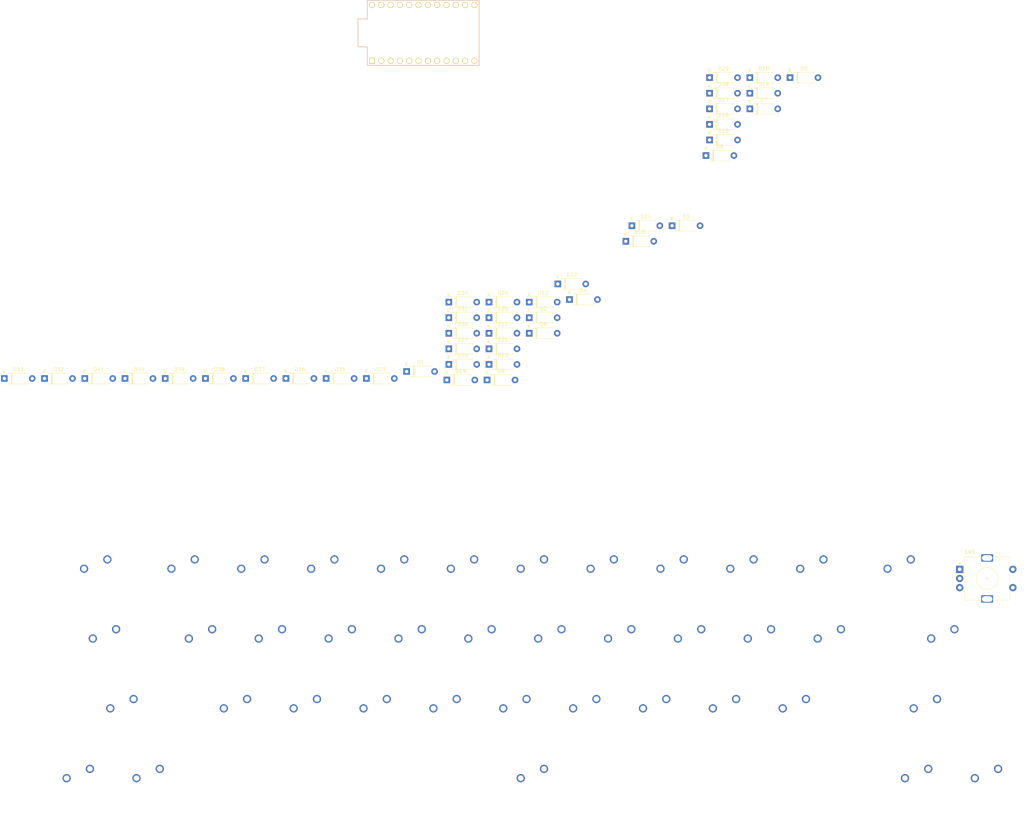
<source format=kicad_pcb>
(kicad_pcb (version 20171130) (host pcbnew "(5.1.4)-1")
  (layers (0 F.Cu signal) (31 B.Cu signal) (34 B.Paste user) (35 F.Paste user) (36 B.SilkS user) (37 F.SilkS user) (38 B.Mask user) (39 F.Mask user) (44 Edge.Cuts user))
  (net 0 "")
  (net 1 "Net-(D1-Pad2)")
  (net 2 ROW0)
  (net 3 "Net-(D2-Pad2)")
  (net 4 "Net-(D3-Pad2)")
  (net 5 "Net-(D4-Pad2)")
  (net 6 "Net-(D5-Pad2)")
  (net 7 "Net-(D6-Pad2)")
  (net 8 "Net-(D7-Pad2)")
  (net 9 "Net-(D8-Pad2)")
  (net 10 "Net-(D9-Pad2)")
  (net 11 "Net-(D10-Pad2)")
  (net 12 "Net-(D11-Pad2)")
  (net 13 "Net-(D12-Pad2)")
  (net 14 "Net-(D13-Pad2)")
  (net 15 "Net-(D14-Pad2)")
  (net 16 ROW1)
  (net 17 "Net-(D15-Pad2)")
  (net 18 "Net-(D16-Pad2)")
  (net 19 "Net-(D17-Pad2)")
  (net 20 "Net-(D18-Pad2)")
  (net 21 "Net-(D19-Pad2)")
  (net 22 "Net-(D20-Pad2)")
  (net 23 "Net-(D21-Pad2)")
  (net 24 "Net-(D22-Pad2)")
  (net 25 "Net-(D23-Pad2)")
  (net 26 "Net-(D24-Pad2)")
  (net 27 "Net-(D25-Pad2)")
  (net 28 "Net-(D26-Pad2)")
  (net 29 ROW2)
  (net 30 "Net-(D27-Pad2)")
  (net 31 "Net-(D28-Pad2)")
  (net 32 "Net-(D29-Pad2)")
  (net 33 "Net-(D30-Pad2)")
  (net 34 "Net-(D31-Pad2)")
  (net 35 "Net-(D32-Pad2)")
  (net 36 "Net-(D33-Pad2)")
  (net 37 "Net-(D34-Pad2)")
  (net 38 "Net-(D35-Pad2)")
  (net 39 "Net-(D36-Pad2)")
  (net 40 "Net-(D37-Pad2)")
  (net 41 ROW3)
  (net 42 "Net-(D38-Pad2)")
  (net 43 "Net-(D39-Pad2)")
  (net 44 "Net-(D40-Pad2)")
  (net 45 "Net-(D41-Pad2)")
  (net 46 COL1)
  (net 47 COL2)
  (net 48 COL3)
  (net 49 COL4)
  (net 50 COL5)
  (net 51 COL6)
  (net 52 COL7)
  (net 53 COL8)
  (net 54 COL9)
  (net 55 COL10)
  (net 56 COL11)
  (net 57 COL12)
  (net 58 COL0)
  (net 59 COL13)
  (net 60 ENC1)
  (net 61 GND)
  (net 62 ENC0)
  (net 63 "Net-(U1-Pad24)")
  (net 64 "Net-(U1-Pad23)")
  (net 65 "Net-(U1-Pad22)")
  (net 66 "Net-(U1-Pad21)")
  (net 67 "Net-(U1-Pad20)")
  (net 68 "Net-(U1-Pad19)")
  (net 69 "Net-(U1-Pad18)")
  (net 70 "Net-(U1-Pad17)")
  (net 71 "Net-(U1-Pad16)")
  (net 72 "Net-(U1-Pad15)")
  (net 73 "Net-(U1-Pad14)")
  (net 74 "Net-(U1-Pad13)")
  (net 75 "Net-(U1-Pad12)")
  (net 76 "Net-(U1-Pad11)")
  (net 77 "Net-(U1-Pad10)")
  (net 78 "Net-(U1-Pad9)")
  (net 79 "Net-(U1-Pad8)")
  (net 80 "Net-(U1-Pad7)")
  (net 81 "Net-(U1-Pad6)")
  (net 82 "Net-(U1-Pad5)")
  (net 83 "Net-(U1-Pad4)")
  (net 84 "Net-(U1-Pad3)")
  (net 85 "Net-(U1-Pad2)")
  (net 86 "Net-(U1-Pad1)")
  (module promicro:ProMicro (layer F.Cu) (at 134.695 -99.53375)
    (fp_text reference U1 hide)
    (fp_text value ProMicro)
    (pad 24 thru_hole circle (at -13.97 -7.62) (size 1.6 1.6) (drill 1.1) (layers *.Cu *.Mask F.SilkS) (net 63 "Net-(U1-Pad24)"))
    (pad 23 thru_hole circle (at -11.43 -7.62) (size 1.6 1.6) (drill 1.1) (layers *.Cu *.Mask F.SilkS) (net 64 "Net-(U1-Pad23)"))
    (pad 22 thru_hole circle (at -8.89 -7.62) (size 1.6 1.6) (drill 1.1) (layers *.Cu *.Mask F.SilkS) (net 65 "Net-(U1-Pad22)"))
    (pad 21 thru_hole circle (at -6.35 -7.62) (size 1.6 1.6) (drill 1.1) (layers *.Cu *.Mask F.SilkS) (net 66 "Net-(U1-Pad21)"))
    (pad 20 thru_hole circle (at -3.81 -7.62) (size 1.6 1.6) (drill 1.1) (layers *.Cu *.Mask F.SilkS) (net 67 "Net-(U1-Pad20)"))
    (pad 19 thru_hole circle (at -1.27 -7.62) (size 1.6 1.6) (drill 1.1) (layers *.Cu *.Mask F.SilkS) (net 68 "Net-(U1-Pad19)"))
    (pad 18 thru_hole circle (at 1.27 -7.62) (size 1.6 1.6) (drill 1.1) (layers *.Cu *.Mask F.SilkS) (net 69 "Net-(U1-Pad18)"))
    (pad 17 thru_hole circle (at 3.81 -7.62) (size 1.6 1.6) (drill 1.1) (layers *.Cu *.Mask F.SilkS) (net 70 "Net-(U1-Pad17)"))
    (pad 16 thru_hole circle (at 6.35 -7.62) (size 1.6 1.6) (drill 1.1) (layers *.Cu *.Mask F.SilkS) (net 71 "Net-(U1-Pad16)"))
    (pad 15 thru_hole circle (at 8.89 -7.62) (size 1.6 1.6) (drill 1.1) (layers *.Cu *.Mask F.SilkS) (net 72 "Net-(U1-Pad15)"))
    (pad 14 thru_hole circle (at 11.43 -7.62) (size 1.6 1.6) (drill 1.1) (layers *.Cu *.Mask F.SilkS) (net 73 "Net-(U1-Pad14)"))
    (pad 13 thru_hole circle (at 13.97 -7.62) (size 1.6 1.6) (drill 1.1) (layers *.Cu *.Mask F.SilkS) (net 74 "Net-(U1-Pad13)"))
    (pad 12 thru_hole circle (at 13.97 7.62) (size 1.6 1.6) (drill 1.1) (layers *.Cu *.Mask F.SilkS) (net 75 "Net-(U1-Pad12)"))
    (pad 11 thru_hole circle (at 11.43 7.62) (size 1.6 1.6) (drill 1.1) (layers *.Cu *.Mask F.SilkS) (net 76 "Net-(U1-Pad11)"))
    (pad 10 thru_hole circle (at 8.89 7.62) (size 1.6 1.6) (drill 1.1) (layers *.Cu *.Mask F.SilkS) (net 77 "Net-(U1-Pad10)"))
    (pad 9 thru_hole circle (at 6.35 7.62) (size 1.6 1.6) (drill 1.1) (layers *.Cu *.Mask F.SilkS) (net 78 "Net-(U1-Pad9)"))
    (pad 8 thru_hole circle (at 3.81 7.62) (size 1.6 1.6) (drill 1.1) (layers *.Cu *.Mask F.SilkS) (net 79 "Net-(U1-Pad8)"))
    (pad 7 thru_hole circle (at 1.27 7.62) (size 1.6 1.6) (drill 1.1) (layers *.Cu *.Mask F.SilkS) (net 80 "Net-(U1-Pad7)"))
    (pad 6 thru_hole circle (at -1.27 7.62) (size 1.6 1.6) (drill 1.1) (layers *.Cu *.Mask F.SilkS) (net 81 "Net-(U1-Pad6)"))
    (pad 5 thru_hole circle (at -3.81 7.62) (size 1.6 1.6) (drill 1.1) (layers *.Cu *.Mask F.SilkS) (net 82 "Net-(U1-Pad5)"))
    (pad 4 thru_hole circle (at -6.35 7.62) (size 1.6 1.6) (drill 1.1) (layers *.Cu *.Mask F.SilkS) (net 83 "Net-(U1-Pad4)"))
    (pad 3 thru_hole circle (at -8.89 7.62) (size 1.6 1.6) (drill 1.1) (layers *.Cu *.Mask F.SilkS) (net 84 "Net-(U1-Pad3)"))
    (pad 2 thru_hole circle (at -11.43 7.62) (size 1.6 1.6) (drill 1.1) (layers *.Cu *.Mask F.SilkS) (net 85 "Net-(U1-Pad2)"))
    (pad 1 thru_hole rect (at -13.97 7.62) (size 1.6 1.6) (drill 1.1) (layers *.Cu *.Mask F.SilkS) (net 86 "Net-(U1-Pad1)"))
  )
  (module Rotary_Encoder:RotaryEncoder_Alps_EC11E-Switch_Vertical_H20mm (layer F.Cu) (at 280.9875 46.83125)
    (fp_text reference SW1 (at 2.8 -4.7) (layer F.SilkS))
    (fp_text value Rotary_Encoder_Switch)
    (pad A thru_hole rect (at 0 0) (size 2 2) (drill 1) (layers *.Cu *.Mask) (net 60 ENC1))
    (pad C thru_hole circle (at 0 2.5) (size 2 2) (drill 1) (layers *.Cu *.Mask) (net 61 GND))
    (pad B thru_hole circle (at 0 5) (size 2 2) (drill 1) (layers *.Cu *.Mask) (net 62 ENC0))
    (pad MP thru_hole rect (at 7.5 -3.1) (size 3.2 2) (drill oval 2.8 1.5) (layers *.Cu *.Mask))
    (pad MP thru_hole rect (at 7.5 8.1) (size 3.2 2) (drill oval 2.8 1.5) (layers *.Cu *.Mask))
    (pad S2 thru_hole circle (at 14.5 0) (size 2 2) (drill 1) (layers *.Cu *.Mask) (net 14 "Net-(D13-Pad2)"))
    (pad S1 thru_hole circle (at 14.5 5) (size 2 2) (drill 1) (layers *.Cu *.Mask) (net 59 COL13))
  )
  (module MX_Only:MXOnly-1U-NoLED (layer F.Cu) (at 288.925 106.3625)
    (fp_text reference MX40)
    (fp_text value MX-NoLED)
    (pad 2 thru_hole circle (at 2.54 -5.08) (size 2.25 2.25) (drill 1.47) (layers *.Cu B.Mask) (net 45 "Net-(D41-Pad2)"))
    (pad "" np_thru_hole circle (at 0 0) (size 3.9878 3.9878) (drill 3.9878) (layers *.Cu *.Mask))
    (pad 1 thru_hole circle (at -3.81 -2.54) (size 2.25 2.25) (drill 1.47) (layers *.Cu B.Mask) (net 59 COL13))
    (pad "" np_thru_hole circle (at -5.08 0 48.0996) (size 1.75 1.75) (drill 1.75) (layers *.Cu *.Mask))
    (pad "" np_thru_hole circle (at 5.08 0 48.0996) (size 1.75 1.75) (drill 1.75) (layers *.Cu *.Mask))
  )
  (module MX_Only:MXOnly-1U-NoLED (layer F.Cu) (at 269.875 106.3625)
    (fp_text reference MX39)
    (fp_text value MX-NoLED)
    (pad 2 thru_hole circle (at 2.54 -5.08) (size 2.25 2.25) (drill 1.47) (layers *.Cu B.Mask) (net 44 "Net-(D40-Pad2)"))
    (pad "" np_thru_hole circle (at 0 0) (size 3.9878 3.9878) (drill 3.9878) (layers *.Cu *.Mask))
    (pad 1 thru_hole circle (at -3.81 -2.54) (size 2.25 2.25) (drill 1.47) (layers *.Cu B.Mask) (net 57 COL12))
    (pad "" np_thru_hole circle (at -5.08 0 48.0996) (size 1.75 1.75) (drill 1.75) (layers *.Cu *.Mask))
    (pad "" np_thru_hole circle (at 5.08 0 48.0996) (size 1.75 1.75) (drill 1.75) (layers *.Cu *.Mask))
  )
  (module MX_Only:MXOnly-7U-NoLED (layer F.Cu) (at 165.1 106.3625)
    (fp_text reference MX38)
    (fp_text value MX-NoLED)
    (pad 2 thru_hole circle (at 2.54 -5.08) (size 2.25 2.25) (drill 1.47) (layers *.Cu B.Mask) (net 43 "Net-(D39-Pad2)"))
    (pad "" np_thru_hole circle (at 0 0) (size 3.9878 3.9878) (drill 3.9878) (layers *.Cu *.Mask))
    (pad 1 thru_hole circle (at -3.81 -2.54) (size 2.25 2.25) (drill 1.47) (layers *.Cu B.Mask) (net 51 COL6))
    (pad "" np_thru_hole circle (at -5.08 0 48.0996) (size 1.75 1.75) (drill 1.75) (layers *.Cu *.Mask))
    (pad "" np_thru_hole circle (at 5.08 0 48.0996) (size 1.75 1.75) (drill 1.75) (layers *.Cu *.Mask))
    (pad "" np_thru_hole circle (at -57.15 -6.985) (size 3.048 3.048) (drill 3.048) (layers *.Cu *.Mask))
    (pad "" np_thru_hole circle (at 57.15 -6.985) (size 3.048 3.048) (drill 3.048) (layers *.Cu *.Mask))
    (pad "" np_thru_hole circle (at -57.15 8.255) (size 3.9878 3.9878) (drill 3.9878) (layers *.Cu *.Mask))
    (pad "" np_thru_hole circle (at 57.15 8.255) (size 3.9878 3.9878) (drill 3.9878) (layers *.Cu *.Mask))
  )
  (module MX_Only:MXOnly-1U-NoLED (layer F.Cu) (at 60.325 106.3625)
    (fp_text reference MX37)
    (fp_text value MX-NoLED)
    (pad 2 thru_hole circle (at 2.54 -5.08) (size 2.25 2.25) (drill 1.47) (layers *.Cu B.Mask) (net 42 "Net-(D38-Pad2)"))
    (pad "" np_thru_hole circle (at 0 0) (size 3.9878 3.9878) (drill 3.9878) (layers *.Cu *.Mask))
    (pad 1 thru_hole circle (at -3.81 -2.54) (size 2.25 2.25) (drill 1.47) (layers *.Cu B.Mask) (net 46 COL1))
    (pad "" np_thru_hole circle (at -5.08 0 48.0996) (size 1.75 1.75) (drill 1.75) (layers *.Cu *.Mask))
    (pad "" np_thru_hole circle (at 5.08 0 48.0996) (size 1.75 1.75) (drill 1.75) (layers *.Cu *.Mask))
  )
  (module MX_Only:MXOnly-1U-NoLED (layer F.Cu) (at 41.275 106.3625)
    (fp_text reference MX36)
    (fp_text value MX-NoLED)
    (pad 2 thru_hole circle (at 2.54 -5.08) (size 2.25 2.25) (drill 1.47) (layers *.Cu B.Mask) (net 40 "Net-(D37-Pad2)"))
    (pad "" np_thru_hole circle (at 0 0) (size 3.9878 3.9878) (drill 3.9878) (layers *.Cu *.Mask))
    (pad 1 thru_hole circle (at -3.81 -2.54) (size 2.25 2.25) (drill 1.47) (layers *.Cu B.Mask) (net 58 COL0))
    (pad "" np_thru_hole circle (at -5.08 0 48.0996) (size 1.75 1.75) (drill 1.75) (layers *.Cu *.Mask))
    (pad "" np_thru_hole circle (at 5.08 0 48.0996) (size 1.75 1.75) (drill 1.75) (layers *.Cu *.Mask))
  )
  (module MX_Only:MXOnly-2.75U-NoLED (layer F.Cu) (at 272.25625 87.3125)
    (fp_text reference MX35)
    (fp_text value MX-NoLED)
    (pad 2 thru_hole circle (at 2.54 -5.08) (size 2.25 2.25) (drill 1.47) (layers *.Cu B.Mask) (net 39 "Net-(D36-Pad2)"))
    (pad "" np_thru_hole circle (at 0 0) (size 3.9878 3.9878) (drill 3.9878) (layers *.Cu *.Mask))
    (pad 1 thru_hole circle (at -3.81 -2.54) (size 2.25 2.25) (drill 1.47) (layers *.Cu B.Mask) (net 57 COL12))
    (pad "" np_thru_hole circle (at -5.08 0 48.0996) (size 1.75 1.75) (drill 1.75) (layers *.Cu *.Mask))
    (pad "" np_thru_hole circle (at 5.08 0 48.0996) (size 1.75 1.75) (drill 1.75) (layers *.Cu *.Mask))
    (pad "" np_thru_hole circle (at -11.90625 -6.985) (size 3.048 3.048) (drill 3.048) (layers *.Cu *.Mask))
    (pad "" np_thru_hole circle (at 11.90625 -6.985) (size 3.048 3.048) (drill 3.048) (layers *.Cu *.Mask))
    (pad "" np_thru_hole circle (at -11.90625 8.255) (size 3.9878 3.9878) (drill 3.9878) (layers *.Cu *.Mask))
    (pad "" np_thru_hole circle (at 11.90625 8.255) (size 3.9878 3.9878) (drill 3.9878) (layers *.Cu *.Mask))
  )
  (module MX_Only:MXOnly-1U-NoLED (layer F.Cu) (at 236.5375 87.3125)
    (fp_text reference MX34)
    (fp_text value MX-NoLED)
    (pad 2 thru_hole circle (at 2.54 -5.08) (size 2.25 2.25) (drill 1.47) (layers *.Cu B.Mask) (net 38 "Net-(D35-Pad2)"))
    (pad "" np_thru_hole circle (at 0 0) (size 3.9878 3.9878) (drill 3.9878) (layers *.Cu *.Mask))
    (pad 1 thru_hole circle (at -3.81 -2.54) (size 2.25 2.25) (drill 1.47) (layers *.Cu B.Mask) (net 55 COL10))
    (pad "" np_thru_hole circle (at -5.08 0 48.0996) (size 1.75 1.75) (drill 1.75) (layers *.Cu *.Mask))
    (pad "" np_thru_hole circle (at 5.08 0 48.0996) (size 1.75 1.75) (drill 1.75) (layers *.Cu *.Mask))
  )
  (module MX_Only:MXOnly-1U-NoLED (layer F.Cu) (at 217.4875 87.3125)
    (fp_text reference MX33)
    (fp_text value MX-NoLED)
    (pad 2 thru_hole circle (at 2.54 -5.08) (size 2.25 2.25) (drill 1.47) (layers *.Cu B.Mask) (net 37 "Net-(D34-Pad2)"))
    (pad "" np_thru_hole circle (at 0 0) (size 3.9878 3.9878) (drill 3.9878) (layers *.Cu *.Mask))
    (pad 1 thru_hole circle (at -3.81 -2.54) (size 2.25 2.25) (drill 1.47) (layers *.Cu B.Mask) (net 54 COL9))
    (pad "" np_thru_hole circle (at -5.08 0 48.0996) (size 1.75 1.75) (drill 1.75) (layers *.Cu *.Mask))
    (pad "" np_thru_hole circle (at 5.08 0 48.0996) (size 1.75 1.75) (drill 1.75) (layers *.Cu *.Mask))
  )
  (module MX_Only:MXOnly-1U-NoLED (layer F.Cu) (at 198.4375 87.3125)
    (fp_text reference MX32)
    (fp_text value MX-NoLED)
    (pad 2 thru_hole circle (at 2.54 -5.08) (size 2.25 2.25) (drill 1.47) (layers *.Cu B.Mask) (net 36 "Net-(D33-Pad2)"))
    (pad "" np_thru_hole circle (at 0 0) (size 3.9878 3.9878) (drill 3.9878) (layers *.Cu *.Mask))
    (pad 1 thru_hole circle (at -3.81 -2.54) (size 2.25 2.25) (drill 1.47) (layers *.Cu B.Mask) (net 53 COL8))
    (pad "" np_thru_hole circle (at -5.08 0 48.0996) (size 1.75 1.75) (drill 1.75) (layers *.Cu *.Mask))
    (pad "" np_thru_hole circle (at 5.08 0 48.0996) (size 1.75 1.75) (drill 1.75) (layers *.Cu *.Mask))
  )
  (module MX_Only:MXOnly-1U-NoLED (layer F.Cu) (at 179.3875 87.3125)
    (fp_text reference MX31)
    (fp_text value MX-NoLED)
    (pad 2 thru_hole circle (at 2.54 -5.08) (size 2.25 2.25) (drill 1.47) (layers *.Cu B.Mask) (net 35 "Net-(D32-Pad2)"))
    (pad "" np_thru_hole circle (at 0 0) (size 3.9878 3.9878) (drill 3.9878) (layers *.Cu *.Mask))
    (pad 1 thru_hole circle (at -3.81 -2.54) (size 2.25 2.25) (drill 1.47) (layers *.Cu B.Mask) (net 52 COL7))
    (pad "" np_thru_hole circle (at -5.08 0 48.0996) (size 1.75 1.75) (drill 1.75) (layers *.Cu *.Mask))
    (pad "" np_thru_hole circle (at 5.08 0 48.0996) (size 1.75 1.75) (drill 1.75) (layers *.Cu *.Mask))
  )
  (module MX_Only:MXOnly-1U-NoLED (layer F.Cu) (at 160.3375 87.3125)
    (fp_text reference MX30)
    (fp_text value MX-NoLED)
    (pad 2 thru_hole circle (at 2.54 -5.08) (size 2.25 2.25) (drill 1.47) (layers *.Cu B.Mask) (net 34 "Net-(D31-Pad2)"))
    (pad "" np_thru_hole circle (at 0 0) (size 3.9878 3.9878) (drill 3.9878) (layers *.Cu *.Mask))
    (pad 1 thru_hole circle (at -3.81 -2.54) (size 2.25 2.25) (drill 1.47) (layers *.Cu B.Mask) (net 51 COL6))
    (pad "" np_thru_hole circle (at -5.08 0 48.0996) (size 1.75 1.75) (drill 1.75) (layers *.Cu *.Mask))
    (pad "" np_thru_hole circle (at 5.08 0 48.0996) (size 1.75 1.75) (drill 1.75) (layers *.Cu *.Mask))
  )
  (module MX_Only:MXOnly-1U-NoLED (layer F.Cu) (at 141.2875 87.3125)
    (fp_text reference MX29)
    (fp_text value MX-NoLED)
    (pad 2 thru_hole circle (at 2.54 -5.08) (size 2.25 2.25) (drill 1.47) (layers *.Cu B.Mask) (net 33 "Net-(D30-Pad2)"))
    (pad "" np_thru_hole circle (at 0 0) (size 3.9878 3.9878) (drill 3.9878) (layers *.Cu *.Mask))
    (pad 1 thru_hole circle (at -3.81 -2.54) (size 2.25 2.25) (drill 1.47) (layers *.Cu B.Mask) (net 50 COL5))
    (pad "" np_thru_hole circle (at -5.08 0 48.0996) (size 1.75 1.75) (drill 1.75) (layers *.Cu *.Mask))
    (pad "" np_thru_hole circle (at 5.08 0 48.0996) (size 1.75 1.75) (drill 1.75) (layers *.Cu *.Mask))
  )
  (module MX_Only:MXOnly-1U-NoLED (layer F.Cu) (at 122.2375 87.3125)
    (fp_text reference MX28)
    (fp_text value MX-NoLED)
    (pad 2 thru_hole circle (at 2.54 -5.08) (size 2.25 2.25) (drill 1.47) (layers *.Cu B.Mask) (net 32 "Net-(D29-Pad2)"))
    (pad "" np_thru_hole circle (at 0 0) (size 3.9878 3.9878) (drill 3.9878) (layers *.Cu *.Mask))
    (pad 1 thru_hole circle (at -3.81 -2.54) (size 2.25 2.25) (drill 1.47) (layers *.Cu B.Mask) (net 49 COL4))
    (pad "" np_thru_hole circle (at -5.08 0 48.0996) (size 1.75 1.75) (drill 1.75) (layers *.Cu *.Mask))
    (pad "" np_thru_hole circle (at 5.08 0 48.0996) (size 1.75 1.75) (drill 1.75) (layers *.Cu *.Mask))
  )
  (module MX_Only:MXOnly-1U-NoLED (layer F.Cu) (at 103.1875 87.3125)
    (fp_text reference MX27)
    (fp_text value MX-NoLED)
    (pad 2 thru_hole circle (at 2.54 -5.08) (size 2.25 2.25) (drill 1.47) (layers *.Cu B.Mask) (net 31 "Net-(D28-Pad2)"))
    (pad "" np_thru_hole circle (at 0 0) (size 3.9878 3.9878) (drill 3.9878) (layers *.Cu *.Mask))
    (pad 1 thru_hole circle (at -3.81 -2.54) (size 2.25 2.25) (drill 1.47) (layers *.Cu B.Mask) (net 48 COL3))
    (pad "" np_thru_hole circle (at -5.08 0 48.0996) (size 1.75 1.75) (drill 1.75) (layers *.Cu *.Mask))
    (pad "" np_thru_hole circle (at 5.08 0 48.0996) (size 1.75 1.75) (drill 1.75) (layers *.Cu *.Mask))
  )
  (module MX_Only:MXOnly-1U-NoLED (layer F.Cu) (at 84.1375 87.3125)
    (fp_text reference MX26)
    (fp_text value MX-NoLED)
    (pad 2 thru_hole circle (at 2.54 -5.08) (size 2.25 2.25) (drill 1.47) (layers *.Cu B.Mask) (net 30 "Net-(D27-Pad2)"))
    (pad "" np_thru_hole circle (at 0 0) (size 3.9878 3.9878) (drill 3.9878) (layers *.Cu *.Mask))
    (pad 1 thru_hole circle (at -3.81 -2.54) (size 2.25 2.25) (drill 1.47) (layers *.Cu B.Mask) (net 47 COL2))
    (pad "" np_thru_hole circle (at -5.08 0 48.0996) (size 1.75 1.75) (drill 1.75) (layers *.Cu *.Mask))
    (pad "" np_thru_hole circle (at 5.08 0 48.0996) (size 1.75 1.75) (drill 1.75) (layers *.Cu *.Mask))
  )
  (module MX_Only:MXOnly-2.25U-NoLED (layer F.Cu) (at 53.18125 87.3125)
    (fp_text reference MX25)
    (fp_text value MX-NoLED)
    (pad 2 thru_hole circle (at 2.54 -5.08) (size 2.25 2.25) (drill 1.47) (layers *.Cu B.Mask) (net 28 "Net-(D26-Pad2)"))
    (pad "" np_thru_hole circle (at 0 0) (size 3.9878 3.9878) (drill 3.9878) (layers *.Cu *.Mask))
    (pad 1 thru_hole circle (at -3.81 -2.54) (size 2.25 2.25) (drill 1.47) (layers *.Cu B.Mask) (net 46 COL1))
    (pad "" np_thru_hole circle (at -5.08 0 48.0996) (size 1.75 1.75) (drill 1.75) (layers *.Cu *.Mask))
    (pad "" np_thru_hole circle (at 5.08 0 48.0996) (size 1.75 1.75) (drill 1.75) (layers *.Cu *.Mask))
    (pad "" np_thru_hole circle (at -11.90625 -6.985) (size 3.048 3.048) (drill 3.048) (layers *.Cu *.Mask))
    (pad "" np_thru_hole circle (at 11.90625 -6.985) (size 3.048 3.048) (drill 3.048) (layers *.Cu *.Mask))
    (pad "" np_thru_hole circle (at -11.90625 8.255) (size 3.9878 3.9878) (drill 3.9878) (layers *.Cu *.Mask))
    (pad "" np_thru_hole circle (at 11.90625 8.255) (size 3.9878 3.9878) (drill 3.9878) (layers *.Cu *.Mask))
  )
  (module MX_Only:MXOnly-2.25U-NoLED (layer F.Cu) (at 277.01875 68.2625)
    (fp_text reference MX24)
    (fp_text value MX-NoLED)
    (pad 2 thru_hole circle (at 2.54 -5.08) (size 2.25 2.25) (drill 1.47) (layers *.Cu B.Mask) (net 27 "Net-(D25-Pad2)"))
    (pad "" np_thru_hole circle (at 0 0) (size 3.9878 3.9878) (drill 3.9878) (layers *.Cu *.Mask))
    (pad 1 thru_hole circle (at -3.81 -2.54) (size 2.25 2.25) (drill 1.47) (layers *.Cu B.Mask) (net 57 COL12))
    (pad "" np_thru_hole circle (at -5.08 0 48.0996) (size 1.75 1.75) (drill 1.75) (layers *.Cu *.Mask))
    (pad "" np_thru_hole circle (at 5.08 0 48.0996) (size 1.75 1.75) (drill 1.75) (layers *.Cu *.Mask))
    (pad "" np_thru_hole circle (at -11.90625 -6.985) (size 3.048 3.048) (drill 3.048) (layers *.Cu *.Mask))
    (pad "" np_thru_hole circle (at 11.90625 -6.985) (size 3.048 3.048) (drill 3.048) (layers *.Cu *.Mask))
    (pad "" np_thru_hole circle (at -11.90625 8.255) (size 3.9878 3.9878) (drill 3.9878) (layers *.Cu *.Mask))
    (pad "" np_thru_hole circle (at 11.90625 8.255) (size 3.9878 3.9878) (drill 3.9878) (layers *.Cu *.Mask))
  )
  (module MX_Only:MXOnly-1U-NoLED (layer F.Cu) (at 246.0625 68.2625)
    (fp_text reference MX23)
    (fp_text value MX-NoLED)
    (pad 2 thru_hole circle (at 2.54 -5.08) (size 2.25 2.25) (drill 1.47) (layers *.Cu B.Mask) (net 26 "Net-(D24-Pad2)"))
    (pad "" np_thru_hole circle (at 0 0) (size 3.9878 3.9878) (drill 3.9878) (layers *.Cu *.Mask))
    (pad 1 thru_hole circle (at -3.81 -2.54) (size 2.25 2.25) (drill 1.47) (layers *.Cu B.Mask) (net 56 COL11))
    (pad "" np_thru_hole circle (at -5.08 0 48.0996) (size 1.75 1.75) (drill 1.75) (layers *.Cu *.Mask))
    (pad "" np_thru_hole circle (at 5.08 0 48.0996) (size 1.75 1.75) (drill 1.75) (layers *.Cu *.Mask))
  )
  (module MX_Only:MXOnly-1U-NoLED (layer F.Cu) (at 227.0125 68.2625)
    (fp_text reference MX22)
    (fp_text value MX-NoLED)
    (pad 2 thru_hole circle (at 2.54 -5.08) (size 2.25 2.25) (drill 1.47) (layers *.Cu B.Mask) (net 25 "Net-(D23-Pad2)"))
    (pad "" np_thru_hole circle (at 0 0) (size 3.9878 3.9878) (drill 3.9878) (layers *.Cu *.Mask))
    (pad 1 thru_hole circle (at -3.81 -2.54) (size 2.25 2.25) (drill 1.47) (layers *.Cu B.Mask) (net 55 COL10))
    (pad "" np_thru_hole circle (at -5.08 0 48.0996) (size 1.75 1.75) (drill 1.75) (layers *.Cu *.Mask))
    (pad "" np_thru_hole circle (at 5.08 0 48.0996) (size 1.75 1.75) (drill 1.75) (layers *.Cu *.Mask))
  )
  (module MX_Only:MXOnly-1U-NoLED (layer F.Cu) (at 207.9625 68.2625)
    (fp_text reference MX21)
    (fp_text value MX-NoLED)
    (pad 2 thru_hole circle (at 2.54 -5.08) (size 2.25 2.25) (drill 1.47) (layers *.Cu B.Mask) (net 24 "Net-(D22-Pad2)"))
    (pad "" np_thru_hole circle (at 0 0) (size 3.9878 3.9878) (drill 3.9878) (layers *.Cu *.Mask))
    (pad 1 thru_hole circle (at -3.81 -2.54) (size 2.25 2.25) (drill 1.47) (layers *.Cu B.Mask) (net 54 COL9))
    (pad "" np_thru_hole circle (at -5.08 0 48.0996) (size 1.75 1.75) (drill 1.75) (layers *.Cu *.Mask))
    (pad "" np_thru_hole circle (at 5.08 0 48.0996) (size 1.75 1.75) (drill 1.75) (layers *.Cu *.Mask))
  )
  (module MX_Only:MXOnly-1U-NoLED (layer F.Cu) (at 188.9125 68.2625)
    (fp_text reference MX20)
    (fp_text value MX-NoLED)
    (pad 2 thru_hole circle (at 2.54 -5.08) (size 2.25 2.25) (drill 1.47) (layers *.Cu B.Mask) (net 23 "Net-(D21-Pad2)"))
    (pad "" np_thru_hole circle (at 0 0) (size 3.9878 3.9878) (drill 3.9878) (layers *.Cu *.Mask))
    (pad 1 thru_hole circle (at -3.81 -2.54) (size 2.25 2.25) (drill 1.47) (layers *.Cu B.Mask) (net 53 COL8))
    (pad "" np_thru_hole circle (at -5.08 0 48.0996) (size 1.75 1.75) (drill 1.75) (layers *.Cu *.Mask))
    (pad "" np_thru_hole circle (at 5.08 0 48.0996) (size 1.75 1.75) (drill 1.75) (layers *.Cu *.Mask))
  )
  (module MX_Only:MXOnly-1U-NoLED (layer F.Cu) (at 169.8625 68.2625)
    (fp_text reference MX19)
    (fp_text value MX-NoLED)
    (pad 2 thru_hole circle (at 2.54 -5.08) (size 2.25 2.25) (drill 1.47) (layers *.Cu B.Mask) (net 22 "Net-(D20-Pad2)"))
    (pad "" np_thru_hole circle (at 0 0) (size 3.9878 3.9878) (drill 3.9878) (layers *.Cu *.Mask))
    (pad 1 thru_hole circle (at -3.81 -2.54) (size 2.25 2.25) (drill 1.47) (layers *.Cu B.Mask) (net 52 COL7))
    (pad "" np_thru_hole circle (at -5.08 0 48.0996) (size 1.75 1.75) (drill 1.75) (layers *.Cu *.Mask))
    (pad "" np_thru_hole circle (at 5.08 0 48.0996) (size 1.75 1.75) (drill 1.75) (layers *.Cu *.Mask))
  )
  (module MX_Only:MXOnly-1U-NoLED (layer F.Cu) (at 150.8125 68.2625)
    (fp_text reference MX18)
    (fp_text value MX-NoLED)
    (pad 2 thru_hole circle (at 2.54 -5.08) (size 2.25 2.25) (drill 1.47) (layers *.Cu B.Mask) (net 21 "Net-(D19-Pad2)"))
    (pad "" np_thru_hole circle (at 0 0) (size 3.9878 3.9878) (drill 3.9878) (layers *.Cu *.Mask))
    (pad 1 thru_hole circle (at -3.81 -2.54) (size 2.25 2.25) (drill 1.47) (layers *.Cu B.Mask) (net 51 COL6))
    (pad "" np_thru_hole circle (at -5.08 0 48.0996) (size 1.75 1.75) (drill 1.75) (layers *.Cu *.Mask))
    (pad "" np_thru_hole circle (at 5.08 0 48.0996) (size 1.75 1.75) (drill 1.75) (layers *.Cu *.Mask))
  )
  (module MX_Only:MXOnly-1U-NoLED (layer F.Cu) (at 131.7625 68.2625)
    (fp_text reference MX17)
    (fp_text value MX-NoLED)
    (pad 2 thru_hole circle (at 2.54 -5.08) (size 2.25 2.25) (drill 1.47) (layers *.Cu B.Mask) (net 20 "Net-(D18-Pad2)"))
    (pad "" np_thru_hole circle (at 0 0) (size 3.9878 3.9878) (drill 3.9878) (layers *.Cu *.Mask))
    (pad 1 thru_hole circle (at -3.81 -2.54) (size 2.25 2.25) (drill 1.47) (layers *.Cu B.Mask) (net 50 COL5))
    (pad "" np_thru_hole circle (at -5.08 0 48.0996) (size 1.75 1.75) (drill 1.75) (layers *.Cu *.Mask))
    (pad "" np_thru_hole circle (at 5.08 0 48.0996) (size 1.75 1.75) (drill 1.75) (layers *.Cu *.Mask))
  )
  (module MX_Only:MXOnly-1U-NoLED (layer F.Cu) (at 112.7125 68.2625)
    (fp_text reference MX16)
    (fp_text value MX-NoLED)
    (pad 2 thru_hole circle (at 2.54 -5.08) (size 2.25 2.25) (drill 1.47) (layers *.Cu B.Mask) (net 19 "Net-(D17-Pad2)"))
    (pad "" np_thru_hole circle (at 0 0) (size 3.9878 3.9878) (drill 3.9878) (layers *.Cu *.Mask))
    (pad 1 thru_hole circle (at -3.81 -2.54) (size 2.25 2.25) (drill 1.47) (layers *.Cu B.Mask) (net 49 COL4))
    (pad "" np_thru_hole circle (at -5.08 0 48.0996) (size 1.75 1.75) (drill 1.75) (layers *.Cu *.Mask))
    (pad "" np_thru_hole circle (at 5.08 0 48.0996) (size 1.75 1.75) (drill 1.75) (layers *.Cu *.Mask))
  )
  (module MX_Only:MXOnly-1U-NoLED (layer F.Cu) (at 93.6625 68.2625)
    (fp_text reference MX15)
    (fp_text value MX-NoLED)
    (pad 2 thru_hole circle (at 2.54 -5.08) (size 2.25 2.25) (drill 1.47) (layers *.Cu B.Mask) (net 18 "Net-(D16-Pad2)"))
    (pad "" np_thru_hole circle (at 0 0) (size 3.9878 3.9878) (drill 3.9878) (layers *.Cu *.Mask))
    (pad 1 thru_hole circle (at -3.81 -2.54) (size 2.25 2.25) (drill 1.47) (layers *.Cu B.Mask) (net 48 COL3))
    (pad "" np_thru_hole circle (at -5.08 0 48.0996) (size 1.75 1.75) (drill 1.75) (layers *.Cu *.Mask))
    (pad "" np_thru_hole circle (at 5.08 0 48.0996) (size 1.75 1.75) (drill 1.75) (layers *.Cu *.Mask))
  )
  (module MX_Only:MXOnly-1U-NoLED (layer F.Cu) (at 74.6125 68.2625)
    (fp_text reference MX14)
    (fp_text value MX-NoLED)
    (pad 2 thru_hole circle (at 2.54 -5.08) (size 2.25 2.25) (drill 1.47) (layers *.Cu B.Mask) (net 17 "Net-(D15-Pad2)"))
    (pad "" np_thru_hole circle (at 0 0) (size 3.9878 3.9878) (drill 3.9878) (layers *.Cu *.Mask))
    (pad 1 thru_hole circle (at -3.81 -2.54) (size 2.25 2.25) (drill 1.47) (layers *.Cu B.Mask) (net 47 COL2))
    (pad "" np_thru_hole circle (at -5.08 0 48.0996) (size 1.75 1.75) (drill 1.75) (layers *.Cu *.Mask))
    (pad "" np_thru_hole circle (at 5.08 0 48.0996) (size 1.75 1.75) (drill 1.75) (layers *.Cu *.Mask))
  )
  (module MX_Only:MXOnly-1.75U-NoLED (layer F.Cu) (at 48.41875 68.2625)
    (fp_text reference MX13)
    (fp_text value MX-NoLED)
    (pad 2 thru_hole circle (at 2.54 -5.08) (size 2.25 2.25) (drill 1.47) (layers *.Cu B.Mask) (net 15 "Net-(D14-Pad2)"))
    (pad "" np_thru_hole circle (at 0 0) (size 3.9878 3.9878) (drill 3.9878) (layers *.Cu *.Mask))
    (pad 1 thru_hole circle (at -3.81 -2.54) (size 2.25 2.25) (drill 1.47) (layers *.Cu B.Mask) (net 46 COL1))
    (pad "" np_thru_hole circle (at -5.08 0 48.0996) (size 1.75 1.75) (drill 1.75) (layers *.Cu *.Mask))
    (pad "" np_thru_hole circle (at 5.08 0 48.0996) (size 1.75 1.75) (drill 1.75) (layers *.Cu *.Mask))
  )
  (module MX_Only:MXOnly-1.5U-NoLED (layer F.Cu) (at 265.1125 49.2125)
    (fp_text reference MX12)
    (fp_text value MX-NoLED)
    (pad 2 thru_hole circle (at 2.54 -5.08) (size 2.25 2.25) (drill 1.47) (layers *.Cu B.Mask) (net 13 "Net-(D12-Pad2)"))
    (pad "" np_thru_hole circle (at 0 0) (size 3.9878 3.9878) (drill 3.9878) (layers *.Cu *.Mask))
    (pad 1 thru_hole circle (at -3.81 -2.54) (size 2.25 2.25) (drill 1.47) (layers *.Cu B.Mask) (net 57 COL12))
    (pad "" np_thru_hole circle (at -5.08 0 48.0996) (size 1.75 1.75) (drill 1.75) (layers *.Cu *.Mask))
    (pad "" np_thru_hole circle (at 5.08 0 48.0996) (size 1.75 1.75) (drill 1.75) (layers *.Cu *.Mask))
  )
  (module MX_Only:MXOnly-1U-NoLED (layer F.Cu) (at 241.3 49.2125)
    (fp_text reference MX11)
    (fp_text value MX-NoLED)
    (pad 2 thru_hole circle (at 2.54 -5.08) (size 2.25 2.25) (drill 1.47) (layers *.Cu B.Mask) (net 12 "Net-(D11-Pad2)"))
    (pad "" np_thru_hole circle (at 0 0) (size 3.9878 3.9878) (drill 3.9878) (layers *.Cu *.Mask))
    (pad 1 thru_hole circle (at -3.81 -2.54) (size 2.25 2.25) (drill 1.47) (layers *.Cu B.Mask) (net 56 COL11))
    (pad "" np_thru_hole circle (at -5.08 0 48.0996) (size 1.75 1.75) (drill 1.75) (layers *.Cu *.Mask))
    (pad "" np_thru_hole circle (at 5.08 0 48.0996) (size 1.75 1.75) (drill 1.75) (layers *.Cu *.Mask))
  )
  (module MX_Only:MXOnly-1U-NoLED (layer F.Cu) (at 222.25 49.2125)
    (fp_text reference MX10)
    (fp_text value MX-NoLED)
    (pad 2 thru_hole circle (at 2.54 -5.08) (size 2.25 2.25) (drill 1.47) (layers *.Cu B.Mask) (net 11 "Net-(D10-Pad2)"))
    (pad "" np_thru_hole circle (at 0 0) (size 3.9878 3.9878) (drill 3.9878) (layers *.Cu *.Mask))
    (pad 1 thru_hole circle (at -3.81 -2.54) (size 2.25 2.25) (drill 1.47) (layers *.Cu B.Mask) (net 55 COL10))
    (pad "" np_thru_hole circle (at -5.08 0 48.0996) (size 1.75 1.75) (drill 1.75) (layers *.Cu *.Mask))
    (pad "" np_thru_hole circle (at 5.08 0 48.0996) (size 1.75 1.75) (drill 1.75) (layers *.Cu *.Mask))
  )
  (module MX_Only:MXOnly-1U-NoLED (layer F.Cu) (at 203.2 49.2125)
    (fp_text reference MX9)
    (fp_text value MX-NoLED)
    (pad 2 thru_hole circle (at 2.54 -5.08) (size 2.25 2.25) (drill 1.47) (layers *.Cu B.Mask) (net 10 "Net-(D9-Pad2)"))
    (pad "" np_thru_hole circle (at 0 0) (size 3.9878 3.9878) (drill 3.9878) (layers *.Cu *.Mask))
    (pad 1 thru_hole circle (at -3.81 -2.54) (size 2.25 2.25) (drill 1.47) (layers *.Cu B.Mask) (net 54 COL9))
    (pad "" np_thru_hole circle (at -5.08 0 48.0996) (size 1.75 1.75) (drill 1.75) (layers *.Cu *.Mask))
    (pad "" np_thru_hole circle (at 5.08 0 48.0996) (size 1.75 1.75) (drill 1.75) (layers *.Cu *.Mask))
  )
  (module MX_Only:MXOnly-1U-NoLED (layer F.Cu) (at 184.15 49.2125)
    (fp_text reference MX8)
    (fp_text value MX-NoLED)
    (pad 2 thru_hole circle (at 2.54 -5.08) (size 2.25 2.25) (drill 1.47) (layers *.Cu B.Mask) (net 9 "Net-(D8-Pad2)"))
    (pad "" np_thru_hole circle (at 0 0) (size 3.9878 3.9878) (drill 3.9878) (layers *.Cu *.Mask))
    (pad 1 thru_hole circle (at -3.81 -2.54) (size 2.25 2.25) (drill 1.47) (layers *.Cu B.Mask) (net 53 COL8))
    (pad "" np_thru_hole circle (at -5.08 0 48.0996) (size 1.75 1.75) (drill 1.75) (layers *.Cu *.Mask))
    (pad "" np_thru_hole circle (at 5.08 0 48.0996) (size 1.75 1.75) (drill 1.75) (layers *.Cu *.Mask))
  )
  (module MX_Only:MXOnly-1U-NoLED (layer F.Cu) (at 165.1 49.2125)
    (fp_text reference MX7)
    (fp_text value MX-NoLED)
    (pad 2 thru_hole circle (at 2.54 -5.08) (size 2.25 2.25) (drill 1.47) (layers *.Cu B.Mask) (net 8 "Net-(D7-Pad2)"))
    (pad "" np_thru_hole circle (at 0 0) (size 3.9878 3.9878) (drill 3.9878) (layers *.Cu *.Mask))
    (pad 1 thru_hole circle (at -3.81 -2.54) (size 2.25 2.25) (drill 1.47) (layers *.Cu B.Mask) (net 52 COL7))
    (pad "" np_thru_hole circle (at -5.08 0 48.0996) (size 1.75 1.75) (drill 1.75) (layers *.Cu *.Mask))
    (pad "" np_thru_hole circle (at 5.08 0 48.0996) (size 1.75 1.75) (drill 1.75) (layers *.Cu *.Mask))
  )
  (module MX_Only:MXOnly-1U-NoLED (layer F.Cu) (at 146.05 49.2125)
    (fp_text reference MX6)
    (fp_text value MX-NoLED)
    (pad 2 thru_hole circle (at 2.54 -5.08) (size 2.25 2.25) (drill 1.47) (layers *.Cu B.Mask) (net 7 "Net-(D6-Pad2)"))
    (pad "" np_thru_hole circle (at 0 0) (size 3.9878 3.9878) (drill 3.9878) (layers *.Cu *.Mask))
    (pad 1 thru_hole circle (at -3.81 -2.54) (size 2.25 2.25) (drill 1.47) (layers *.Cu B.Mask) (net 51 COL6))
    (pad "" np_thru_hole circle (at -5.08 0 48.0996) (size 1.75 1.75) (drill 1.75) (layers *.Cu *.Mask))
    (pad "" np_thru_hole circle (at 5.08 0 48.0996) (size 1.75 1.75) (drill 1.75) (layers *.Cu *.Mask))
  )
  (module MX_Only:MXOnly-1U-NoLED (layer F.Cu) (at 127 49.2125)
    (fp_text reference MX5)
    (fp_text value MX-NoLED)
    (pad 2 thru_hole circle (at 2.54 -5.08) (size 2.25 2.25) (drill 1.47) (layers *.Cu B.Mask) (net 6 "Net-(D5-Pad2)"))
    (pad "" np_thru_hole circle (at 0 0) (size 3.9878 3.9878) (drill 3.9878) (layers *.Cu *.Mask))
    (pad 1 thru_hole circle (at -3.81 -2.54) (size 2.25 2.25) (drill 1.47) (layers *.Cu B.Mask) (net 50 COL5))
    (pad "" np_thru_hole circle (at -5.08 0 48.0996) (size 1.75 1.75) (drill 1.75) (layers *.Cu *.Mask))
    (pad "" np_thru_hole circle (at 5.08 0 48.0996) (size 1.75 1.75) (drill 1.75) (layers *.Cu *.Mask))
  )
  (module MX_Only:MXOnly-1U-NoLED (layer F.Cu) (at 107.95 49.2125)
    (fp_text reference MX4)
    (fp_text value MX-NoLED)
    (pad 2 thru_hole circle (at 2.54 -5.08) (size 2.25 2.25) (drill 1.47) (layers *.Cu B.Mask) (net 5 "Net-(D4-Pad2)"))
    (pad "" np_thru_hole circle (at 0 0) (size 3.9878 3.9878) (drill 3.9878) (layers *.Cu *.Mask))
    (pad 1 thru_hole circle (at -3.81 -2.54) (size 2.25 2.25) (drill 1.47) (layers *.Cu B.Mask) (net 49 COL4))
    (pad "" np_thru_hole circle (at -5.08 0 48.0996) (size 1.75 1.75) (drill 1.75) (layers *.Cu *.Mask))
    (pad "" np_thru_hole circle (at 5.08 0 48.0996) (size 1.75 1.75) (drill 1.75) (layers *.Cu *.Mask))
  )
  (module MX_Only:MXOnly-1U-NoLED (layer F.Cu) (at 88.9 49.2125)
    (fp_text reference MX3)
    (fp_text value MX-NoLED)
    (pad 2 thru_hole circle (at 2.54 -5.08) (size 2.25 2.25) (drill 1.47) (layers *.Cu B.Mask) (net 4 "Net-(D3-Pad2)"))
    (pad "" np_thru_hole circle (at 0 0) (size 3.9878 3.9878) (drill 3.9878) (layers *.Cu *.Mask))
    (pad 1 thru_hole circle (at -3.81 -2.54) (size 2.25 2.25) (drill 1.47) (layers *.Cu B.Mask) (net 48 COL3))
    (pad "" np_thru_hole circle (at -5.08 0 48.0996) (size 1.75 1.75) (drill 1.75) (layers *.Cu *.Mask))
    (pad "" np_thru_hole circle (at 5.08 0 48.0996) (size 1.75 1.75) (drill 1.75) (layers *.Cu *.Mask))
  )
  (module MX_Only:MXOnly-1U-NoLED (layer F.Cu) (at 69.85 49.2125)
    (fp_text reference MX2)
    (fp_text value MX-NoLED)
    (pad 2 thru_hole circle (at 2.54 -5.08) (size 2.25 2.25) (drill 1.47) (layers *.Cu B.Mask) (net 3 "Net-(D2-Pad2)"))
    (pad "" np_thru_hole circle (at 0 0) (size 3.9878 3.9878) (drill 3.9878) (layers *.Cu *.Mask))
    (pad 1 thru_hole circle (at -3.81 -2.54) (size 2.25 2.25) (drill 1.47) (layers *.Cu B.Mask) (net 47 COL2))
    (pad "" np_thru_hole circle (at -5.08 0 48.0996) (size 1.75 1.75) (drill 1.75) (layers *.Cu *.Mask))
    (pad "" np_thru_hole circle (at 5.08 0 48.0996) (size 1.75 1.75) (drill 1.75) (layers *.Cu *.Mask))
  )
  (module MX_Only:MXOnly-1.5U-NoLED (layer F.Cu) (at 46.0375 49.2125)
    (fp_text reference MX1)
    (fp_text value MX-NoLED)
    (pad 2 thru_hole circle (at 2.54 -5.08) (size 2.25 2.25) (drill 1.47) (layers *.Cu B.Mask) (net 1 "Net-(D1-Pad2)"))
    (pad "" np_thru_hole circle (at 0 0) (size 3.9878 3.9878) (drill 3.9878) (layers *.Cu *.Mask))
    (pad 1 thru_hole circle (at -3.81 -2.54) (size 2.25 2.25) (drill 1.47) (layers *.Cu B.Mask) (net 46 COL1))
    (pad "" np_thru_hole circle (at -5.08 0 48.0996) (size 1.75 1.75) (drill 1.75) (layers *.Cu *.Mask))
    (pad "" np_thru_hole circle (at 5.08 0 48.0996) (size 1.75 1.75) (drill 1.75) (layers *.Cu *.Mask))
  )
  (module Diode_THT:D_A-405_P7.62mm_Horizontal (layer F.Cu) (at 42.415 -5.23375)
    (fp_text reference D41 (at 3.81 -2.47) (layer F.SilkS))
    (fp_text value D_Small)
    (fp_text user K (at 0 -1.9) (layer F.SilkS))
    (pad 2 thru_hole oval (at 7.62 0) (size 1.8 1.8) (drill 0.9) (layers *.Cu *.Mask) (net 45 "Net-(D41-Pad2)"))
    (pad 1 thru_hole rect (at 0 0) (size 1.8 1.8) (drill 0.9) (layers *.Cu *.Mask) (net 41 ROW3))
  )
  (module Diode_THT:D_A-405_P7.62mm_Horizontal (layer F.Cu) (at 53.385 -5.23375)
    (fp_text reference D40 (at 3.81 -2.47) (layer F.SilkS))
    (fp_text value D_Small)
    (fp_text user K (at 0 -1.9) (layer F.SilkS))
    (pad 2 thru_hole oval (at 7.62 0) (size 1.8 1.8) (drill 0.9) (layers *.Cu *.Mask) (net 44 "Net-(D40-Pad2)"))
    (pad 1 thru_hole rect (at 0 0) (size 1.8 1.8) (drill 0.9) (layers *.Cu *.Mask) (net 41 ROW3))
  )
  (module Diode_THT:D_A-405_P7.62mm_Horizontal (layer F.Cu) (at 64.355 -5.23375)
    (fp_text reference D39 (at 3.81 -2.47) (layer F.SilkS))
    (fp_text value D_Small)
    (fp_text user K (at 0 -1.9) (layer F.SilkS))
    (pad 2 thru_hole oval (at 7.62 0) (size 1.8 1.8) (drill 0.9) (layers *.Cu *.Mask) (net 43 "Net-(D39-Pad2)"))
    (pad 1 thru_hole rect (at 0 0) (size 1.8 1.8) (drill 0.9) (layers *.Cu *.Mask) (net 41 ROW3))
  )
  (module Diode_THT:D_A-405_P7.62mm_Horizontal (layer F.Cu) (at 75.325 -5.23375)
    (fp_text reference D38 (at 3.81 -2.47) (layer F.SilkS))
    (fp_text value D_Small)
    (fp_text user K (at 0 -1.9) (layer F.SilkS))
    (pad 2 thru_hole oval (at 7.62 0) (size 1.8 1.8) (drill 0.9) (layers *.Cu *.Mask) (net 42 "Net-(D38-Pad2)"))
    (pad 1 thru_hole rect (at 0 0) (size 1.8 1.8) (drill 0.9) (layers *.Cu *.Mask) (net 41 ROW3))
  )
  (module Diode_THT:D_A-405_P7.62mm_Horizontal (layer F.Cu) (at 86.295 -5.23375)
    (fp_text reference D37 (at 3.81 -2.47) (layer F.SilkS))
    (fp_text value D_Small)
    (fp_text user K (at 0 -1.9) (layer F.SilkS))
    (pad 2 thru_hole oval (at 7.62 0) (size 1.8 1.8) (drill 0.9) (layers *.Cu *.Mask) (net 40 "Net-(D37-Pad2)"))
    (pad 1 thru_hole rect (at 0 0) (size 1.8 1.8) (drill 0.9) (layers *.Cu *.Mask) (net 41 ROW3))
  )
  (module Diode_THT:D_A-405_P7.62mm_Horizontal (layer F.Cu) (at 97.265 -5.23375)
    (fp_text reference D36 (at 3.81 -2.47) (layer F.SilkS))
    (fp_text value D_Small)
    (fp_text user K (at 0 -1.9) (layer F.SilkS))
    (pad 2 thru_hole oval (at 7.62 0) (size 1.8 1.8) (drill 0.9) (layers *.Cu *.Mask) (net 39 "Net-(D36-Pad2)"))
    (pad 1 thru_hole rect (at 0 0) (size 1.8 1.8) (drill 0.9) (layers *.Cu *.Mask) (net 29 ROW2))
  )
  (module Diode_THT:D_A-405_P7.62mm_Horizontal (layer F.Cu) (at 108.235 -5.23375)
    (fp_text reference D35 (at 3.81 -2.47) (layer F.SilkS))
    (fp_text value D_Small)
    (fp_text user K (at 0 -1.9) (layer F.SilkS))
    (pad 2 thru_hole oval (at 7.62 0) (size 1.8 1.8) (drill 0.9) (layers *.Cu *.Mask) (net 38 "Net-(D35-Pad2)"))
    (pad 1 thru_hole rect (at 0 0) (size 1.8 1.8) (drill 0.9) (layers *.Cu *.Mask) (net 29 ROW2))
  )
  (module Diode_THT:D_A-405_P7.62mm_Horizontal (layer F.Cu) (at 141.675 -26.07375)
    (fp_text reference D34 (at 3.81 -2.47) (layer F.SilkS))
    (fp_text value D_Small)
    (fp_text user K (at 0 -1.9) (layer F.SilkS))
    (pad 2 thru_hole oval (at 7.62 0) (size 1.8 1.8) (drill 0.9) (layers *.Cu *.Mask) (net 37 "Net-(D34-Pad2)"))
    (pad 1 thru_hole rect (at 0 0) (size 1.8 1.8) (drill 0.9) (layers *.Cu *.Mask) (net 29 ROW2))
  )
  (module Diode_THT:D_A-405_P7.62mm_Horizontal (layer F.Cu) (at 20.475 -5.23375)
    (fp_text reference D33 (at 3.81 -2.47) (layer F.SilkS))
    (fp_text value D_Small)
    (fp_text user K (at 0 -1.9) (layer F.SilkS))
    (pad 2 thru_hole oval (at 7.62 0) (size 1.8 1.8) (drill 0.9) (layers *.Cu *.Mask) (net 36 "Net-(D33-Pad2)"))
    (pad 1 thru_hole rect (at 0 0) (size 1.8 1.8) (drill 0.9) (layers *.Cu *.Mask) (net 29 ROW2))
  )
  (module Diode_THT:D_A-405_P7.62mm_Horizontal (layer F.Cu) (at 31.445 -5.23375)
    (fp_text reference D32 (at 3.81 -2.47) (layer F.SilkS))
    (fp_text value D_Small)
    (fp_text user K (at 0 -1.9) (layer F.SilkS))
    (pad 2 thru_hole oval (at 7.62 0) (size 1.8 1.8) (drill 0.9) (layers *.Cu *.Mask) (net 35 "Net-(D32-Pad2)"))
    (pad 1 thru_hole rect (at 0 0) (size 1.8 1.8) (drill 0.9) (layers *.Cu *.Mask) (net 29 ROW2))
  )
  (module Diode_THT:D_A-405_P7.62mm_Horizontal (layer F.Cu) (at 141.675 -21.82375)
    (fp_text reference D31 (at 3.81 -2.47) (layer F.SilkS))
    (fp_text value D_Small)
    (fp_text user K (at 0 -1.9) (layer F.SilkS))
    (pad 2 thru_hole oval (at 7.62 0) (size 1.8 1.8) (drill 0.9) (layers *.Cu *.Mask) (net 34 "Net-(D31-Pad2)"))
    (pad 1 thru_hole rect (at 0 0) (size 1.8 1.8) (drill 0.9) (layers *.Cu *.Mask) (net 29 ROW2))
  )
  (module Diode_THT:D_A-405_P7.62mm_Horizontal (layer F.Cu) (at 141.675 -17.57375)
    (fp_text reference D30 (at 3.81 -2.47) (layer F.SilkS))
    (fp_text value D_Small)
    (fp_text user K (at 0 -1.9) (layer F.SilkS))
    (pad 2 thru_hole oval (at 7.62 0) (size 1.8 1.8) (drill 0.9) (layers *.Cu *.Mask) (net 33 "Net-(D30-Pad2)"))
    (pad 1 thru_hole rect (at 0 0) (size 1.8 1.8) (drill 0.9) (layers *.Cu *.Mask) (net 29 ROW2))
  )
  (module Diode_THT:D_A-405_P7.62mm_Horizontal (layer F.Cu) (at 212.785 -87.31375)
    (fp_text reference D29 (at 3.81 -2.47) (layer F.SilkS))
    (fp_text value D_Small)
    (fp_text user K (at 0 -1.9) (layer F.SilkS))
    (pad 2 thru_hole oval (at 7.62 0) (size 1.8 1.8) (drill 0.9) (layers *.Cu *.Mask) (net 32 "Net-(D29-Pad2)"))
    (pad 1 thru_hole rect (at 0 0) (size 1.8 1.8) (drill 0.9) (layers *.Cu *.Mask) (net 29 ROW2))
  )
  (module Diode_THT:D_A-405_P7.62mm_Horizontal (layer F.Cu) (at 212.785 -83.06375)
    (fp_text reference D28 (at 3.81 -2.47) (layer F.SilkS))
    (fp_text value D_Small)
    (fp_text user K (at 0 -1.9) (layer F.SilkS))
    (pad 2 thru_hole oval (at 7.62 0) (size 1.8 1.8) (drill 0.9) (layers *.Cu *.Mask) (net 31 "Net-(D28-Pad2)"))
    (pad 1 thru_hole rect (at 0 0) (size 1.8 1.8) (drill 0.9) (layers *.Cu *.Mask) (net 29 ROW2))
  )
  (module Diode_THT:D_A-405_P7.62mm_Horizontal (layer F.Cu) (at 141.675 -13.32375)
    (fp_text reference D27 (at 3.81 -2.47) (layer F.SilkS))
    (fp_text value D_Small)
    (fp_text user K (at 0 -1.9) (layer F.SilkS))
    (pad 2 thru_hole oval (at 7.62 0) (size 1.8 1.8) (drill 0.9) (layers *.Cu *.Mask) (net 30 "Net-(D27-Pad2)"))
    (pad 1 thru_hole rect (at 0 0) (size 1.8 1.8) (drill 0.9) (layers *.Cu *.Mask) (net 29 ROW2))
  )
  (module Diode_THT:D_A-405_P7.62mm_Horizontal (layer F.Cu) (at 152.645 -26.07375)
    (fp_text reference D26 (at 3.81 -2.47) (layer F.SilkS))
    (fp_text value D_Small)
    (fp_text user K (at 0 -1.9) (layer F.SilkS))
    (pad 2 thru_hole oval (at 7.62 0) (size 1.8 1.8) (drill 0.9) (layers *.Cu *.Mask) (net 28 "Net-(D26-Pad2)"))
    (pad 1 thru_hole rect (at 0 0) (size 1.8 1.8) (drill 0.9) (layers *.Cu *.Mask) (net 29 ROW2))
  )
  (module Diode_THT:D_A-405_P7.62mm_Horizontal (layer F.Cu) (at 152.645 -21.82375)
    (fp_text reference D25 (at 3.81 -2.47) (layer F.SilkS))
    (fp_text value D_Small)
    (fp_text user K (at 0 -1.9) (layer F.SilkS))
    (pad 2 thru_hole oval (at 7.62 0) (size 1.8 1.8) (drill 0.9) (layers *.Cu *.Mask) (net 27 "Net-(D25-Pad2)"))
    (pad 1 thru_hole rect (at 0 0) (size 1.8 1.8) (drill 0.9) (layers *.Cu *.Mask) (net 16 ROW1))
  )
  (module Diode_THT:D_A-405_P7.62mm_Horizontal (layer F.Cu) (at 191.595 -46.91375)
    (fp_text reference D24 (at 3.81 -2.47) (layer F.SilkS))
    (fp_text value D_Small)
    (fp_text user K (at 0 -1.9) (layer F.SilkS))
    (pad 2 thru_hole oval (at 7.62 0) (size 1.8 1.8) (drill 0.9) (layers *.Cu *.Mask) (net 26 "Net-(D24-Pad2)"))
    (pad 1 thru_hole rect (at 0 0) (size 1.8 1.8) (drill 0.9) (layers *.Cu *.Mask) (net 16 ROW1))
  )
  (module Diode_THT:D_A-405_P7.62mm_Horizontal (layer F.Cu) (at 119.205 -5.23375)
    (fp_text reference D23 (at 3.81 -2.47) (layer F.SilkS))
    (fp_text value D_Small)
    (fp_text user K (at 0 -1.9) (layer F.SilkS))
    (pad 2 thru_hole oval (at 7.62 0) (size 1.8 1.8) (drill 0.9) (layers *.Cu *.Mask) (net 25 "Net-(D23-Pad2)"))
    (pad 1 thru_hole rect (at 0 0) (size 1.8 1.8) (drill 0.9) (layers *.Cu *.Mask) (net 16 ROW1))
  )
  (module Diode_THT:D_A-405_P7.62mm_Horizontal (layer F.Cu) (at 171.395 -31.02375)
    (fp_text reference D22 (at 3.81 -2.47) (layer F.SilkS))
    (fp_text value D_Small)
    (fp_text user K (at 0 -1.9) (layer F.SilkS))
    (pad 2 thru_hole oval (at 7.62 0) (size 1.8 1.8) (drill 0.9) (layers *.Cu *.Mask) (net 24 "Net-(D22-Pad2)"))
    (pad 1 thru_hole rect (at 0 0) (size 1.8 1.8) (drill 0.9) (layers *.Cu *.Mask) (net 16 ROW1))
  )
  (module Diode_THT:D_A-405_P7.62mm_Horizontal (layer F.Cu) (at 152.645 -13.32375)
    (fp_text reference D21 (at 3.81 -2.47) (layer F.SilkS))
    (fp_text value D_Small)
    (fp_text user K (at 0 -1.9) (layer F.SilkS))
    (pad 2 thru_hole oval (at 7.62 0) (size 1.8 1.8) (drill 0.9) (layers *.Cu *.Mask) (net 23 "Net-(D21-Pad2)"))
    (pad 1 thru_hole rect (at 0 0) (size 1.8 1.8) (drill 0.9) (layers *.Cu *.Mask) (net 16 ROW1))
  )
  (module Diode_THT:D_A-405_P7.62mm_Horizontal (layer F.Cu) (at 141.675 -9.07375)
    (fp_text reference D20 (at 3.81 -2.47) (layer F.SilkS))
    (fp_text value D_Small)
    (fp_text user K (at 0 -1.9) (layer F.SilkS))
    (pad 2 thru_hole oval (at 7.62 0) (size 1.8 1.8) (drill 0.9) (layers *.Cu *.Mask) (net 22 "Net-(D20-Pad2)"))
    (pad 1 thru_hole rect (at 0 0) (size 1.8 1.8) (drill 0.9) (layers *.Cu *.Mask) (net 16 ROW1))
  )
  (module Diode_THT:D_A-405_P7.62mm_Horizontal (layer F.Cu) (at 141.145 -4.82375)
    (fp_text reference D19 (at 3.81 -2.47) (layer F.SilkS))
    (fp_text value D_Small)
    (fp_text user K (at 0 -1.9) (layer F.SilkS))
    (pad 2 thru_hole oval (at 7.62 0) (size 1.8 1.8) (drill 0.9) (layers *.Cu *.Mask) (net 21 "Net-(D19-Pad2)"))
    (pad 1 thru_hole rect (at 0 0) (size 1.8 1.8) (drill 0.9) (layers *.Cu *.Mask) (net 16 ROW1))
  )
  (module Diode_THT:D_A-405_P7.62mm_Horizontal (layer F.Cu) (at 223.755 -87.31375)
    (fp_text reference D18 (at 3.81 -2.47) (layer F.SilkS))
    (fp_text value D_Small)
    (fp_text user K (at 0 -1.9) (layer F.SilkS))
    (pad 2 thru_hole oval (at 7.62 0) (size 1.8 1.8) (drill 0.9) (layers *.Cu *.Mask) (net 20 "Net-(D18-Pad2)"))
    (pad 1 thru_hole rect (at 0 0) (size 1.8 1.8) (drill 0.9) (layers *.Cu *.Mask) (net 16 ROW1))
  )
  (module Diode_THT:D_A-405_P7.62mm_Horizontal (layer F.Cu) (at 212.785 -78.81375)
    (fp_text reference D17 (at 3.81 -2.47) (layer F.SilkS))
    (fp_text value D_Small)
    (fp_text user K (at 0 -1.9) (layer F.SilkS))
    (pad 2 thru_hole oval (at 7.62 0) (size 1.8 1.8) (drill 0.9) (layers *.Cu *.Mask) (net 19 "Net-(D17-Pad2)"))
    (pad 1 thru_hole rect (at 0 0) (size 1.8 1.8) (drill 0.9) (layers *.Cu *.Mask) (net 16 ROW1))
  )
  (module Diode_THT:D_A-405_P7.62mm_Horizontal (layer F.Cu) (at 212.785 -74.56375)
    (fp_text reference D16 (at 3.81 -2.47) (layer F.SilkS))
    (fp_text value D_Small)
    (fp_text user K (at 0 -1.9) (layer F.SilkS))
    (pad 2 thru_hole oval (at 7.62 0) (size 1.8 1.8) (drill 0.9) (layers *.Cu *.Mask) (net 18 "Net-(D16-Pad2)"))
    (pad 1 thru_hole rect (at 0 0) (size 1.8 1.8) (drill 0.9) (layers *.Cu *.Mask) (net 16 ROW1))
  )
  (module Diode_THT:D_A-405_P7.62mm_Horizontal (layer F.Cu) (at 212.785 -70.31375)
    (fp_text reference D15 (at 3.81 -2.47) (layer F.SilkS))
    (fp_text value D_Small)
    (fp_text user K (at 0 -1.9) (layer F.SilkS))
    (pad 2 thru_hole oval (at 7.62 0) (size 1.8 1.8) (drill 0.9) (layers *.Cu *.Mask) (net 17 "Net-(D15-Pad2)"))
    (pad 1 thru_hole rect (at 0 0) (size 1.8 1.8) (drill 0.9) (layers *.Cu *.Mask) (net 16 ROW1))
  )
  (module Diode_THT:D_A-405_P7.62mm_Horizontal (layer F.Cu) (at 223.755 -83.06375)
    (fp_text reference D14 (at 3.81 -2.47) (layer F.SilkS))
    (fp_text value D_Small)
    (fp_text user K (at 0 -1.9) (layer F.SilkS))
    (pad 2 thru_hole oval (at 7.62 0) (size 1.8 1.8) (drill 0.9) (layers *.Cu *.Mask) (net 15 "Net-(D14-Pad2)"))
    (pad 1 thru_hole rect (at 0 0) (size 1.8 1.8) (drill 0.9) (layers *.Cu *.Mask) (net 16 ROW1))
  )
  (module Diode_THT:D_A-405_P7.62mm_Horizontal (layer F.Cu) (at 152.645 -9.07375)
    (fp_text reference D13 (at 3.81 -2.47) (layer F.SilkS))
    (fp_text value D_Small)
    (fp_text user K (at 0 -1.9) (layer F.SilkS))
    (pad 2 thru_hole oval (at 7.62 0) (size 1.8 1.8) (drill 0.9) (layers *.Cu *.Mask) (net 14 "Net-(D13-Pad2)"))
    (pad 1 thru_hole rect (at 0 0) (size 1.8 1.8) (drill 0.9) (layers *.Cu *.Mask) (net 2 ROW0))
  )
  (module Diode_THT:D_A-405_P7.62mm_Horizontal (layer F.Cu) (at 163.615 -26.07375)
    (fp_text reference D12 (at 3.81 -2.47) (layer F.SilkS))
    (fp_text value D_Small)
    (fp_text user K (at 0 -1.9) (layer F.SilkS))
    (pad 2 thru_hole oval (at 7.62 0) (size 1.8 1.8) (drill 0.9) (layers *.Cu *.Mask) (net 13 "Net-(D12-Pad2)"))
    (pad 1 thru_hole rect (at 0 0) (size 1.8 1.8) (drill 0.9) (layers *.Cu *.Mask) (net 2 ROW0))
  )
  (module Diode_THT:D_A-405_P7.62mm_Horizontal (layer F.Cu) (at 152.645 -17.57375)
    (fp_text reference D11 (at 3.81 -2.47) (layer F.SilkS))
    (fp_text value D_Small)
    (fp_text user K (at 0 -1.9) (layer F.SilkS))
    (pad 2 thru_hole oval (at 7.62 0) (size 1.8 1.8) (drill 0.9) (layers *.Cu *.Mask) (net 12 "Net-(D11-Pad2)"))
    (pad 1 thru_hole rect (at 0 0) (size 1.8 1.8) (drill 0.9) (layers *.Cu *.Mask) (net 2 ROW0))
  )
  (module Diode_THT:D_A-405_P7.62mm_Horizontal (layer F.Cu) (at 189.945 -42.66375)
    (fp_text reference D10 (at 3.81 -2.47) (layer F.SilkS))
    (fp_text value D_Small)
    (fp_text user K (at 0 -1.9) (layer F.SilkS))
    (pad 2 thru_hole oval (at 7.62 0) (size 1.8 1.8) (drill 0.9) (layers *.Cu *.Mask) (net 11 "Net-(D10-Pad2)"))
    (pad 1 thru_hole rect (at 0 0) (size 1.8 1.8) (drill 0.9) (layers *.Cu *.Mask) (net 2 ROW0))
  )
  (module Diode_THT:D_A-405_P7.62mm_Horizontal (layer F.Cu) (at 163.615 -17.57375)
    (fp_text reference D9 (at 3.81 -2.47) (layer F.SilkS))
    (fp_text value D_Small)
    (fp_text user K (at 0 -1.9) (layer F.SilkS))
    (pad 2 thru_hole oval (at 7.62 0) (size 1.8 1.8) (drill 0.9) (layers *.Cu *.Mask) (net 10 "Net-(D9-Pad2)"))
    (pad 1 thru_hole rect (at 0 0) (size 1.8 1.8) (drill 0.9) (layers *.Cu *.Mask) (net 2 ROW0))
  )
  (module Diode_THT:D_A-405_P7.62mm_Horizontal (layer F.Cu) (at 152.115 -4.82375)
    (fp_text reference D8 (at 3.81 -2.47) (layer F.SilkS))
    (fp_text value D_Small)
    (fp_text user K (at 0 -1.9) (layer F.SilkS))
    (pad 2 thru_hole oval (at 7.62 0) (size 1.8 1.8) (drill 0.9) (layers *.Cu *.Mask) (net 9 "Net-(D8-Pad2)"))
    (pad 1 thru_hole rect (at 0 0) (size 1.8 1.8) (drill 0.9) (layers *.Cu *.Mask) (net 2 ROW0))
  )
  (module Diode_THT:D_A-405_P7.62mm_Horizontal (layer F.Cu) (at 223.755 -78.81375)
    (fp_text reference D7 (at 3.81 -2.47) (layer F.SilkS))
    (fp_text value D_Small)
    (fp_text user K (at 0 -1.9) (layer F.SilkS))
    (pad 2 thru_hole oval (at 7.62 0) (size 1.8 1.8) (drill 0.9) (layers *.Cu *.Mask) (net 8 "Net-(D7-Pad2)"))
    (pad 1 thru_hole rect (at 0 0) (size 1.8 1.8) (drill 0.9) (layers *.Cu *.Mask) (net 2 ROW0))
  )
  (module Diode_THT:D_A-405_P7.62mm_Horizontal (layer F.Cu) (at 211.795 -66.06375)
    (fp_text reference D6 (at 3.81 -2.47) (layer F.SilkS))
    (fp_text value D_Small)
    (fp_text user K (at 0 -1.9) (layer F.SilkS))
    (pad 2 thru_hole oval (at 7.62 0) (size 1.8 1.8) (drill 0.9) (layers *.Cu *.Mask) (net 7 "Net-(D6-Pad2)"))
    (pad 1 thru_hole rect (at 0 0) (size 1.8 1.8) (drill 0.9) (layers *.Cu *.Mask) (net 2 ROW0))
  )
  (module Diode_THT:D_A-405_P7.62mm_Horizontal (layer F.Cu) (at 234.725 -87.31375)
    (fp_text reference D5 (at 3.81 -2.47) (layer F.SilkS))
    (fp_text value D_Small)
    (fp_text user K (at 0 -1.9) (layer F.SilkS))
    (pad 2 thru_hole oval (at 7.62 0) (size 1.8 1.8) (drill 0.9) (layers *.Cu *.Mask) (net 6 "Net-(D5-Pad2)"))
    (pad 1 thru_hole rect (at 0 0) (size 1.8 1.8) (drill 0.9) (layers *.Cu *.Mask) (net 2 ROW0))
  )
  (module Diode_THT:D_A-405_P7.62mm_Horizontal (layer F.Cu) (at 174.585 -26.77375)
    (fp_text reference D4 (at 3.81 -2.47) (layer F.SilkS))
    (fp_text value D_Small)
    (fp_text user K (at 0 -1.9) (layer F.SilkS))
    (pad 2 thru_hole oval (at 7.62 0) (size 1.8 1.8) (drill 0.9) (layers *.Cu *.Mask) (net 5 "Net-(D4-Pad2)"))
    (pad 1 thru_hole rect (at 0 0) (size 1.8 1.8) (drill 0.9) (layers *.Cu *.Mask) (net 2 ROW0))
  )
  (module Diode_THT:D_A-405_P7.62mm_Horizontal (layer F.Cu) (at 202.565 -46.91375)
    (fp_text reference D3 (at 3.81 -2.47) (layer F.SilkS))
    (fp_text value D_Small)
    (fp_text user K (at 0 -1.9) (layer F.SilkS))
    (pad 2 thru_hole oval (at 7.62 0) (size 1.8 1.8) (drill 0.9) (layers *.Cu *.Mask) (net 4 "Net-(D3-Pad2)"))
    (pad 1 thru_hole rect (at 0 0) (size 1.8 1.8) (drill 0.9) (layers *.Cu *.Mask) (net 2 ROW0))
  )
  (module Diode_THT:D_A-405_P7.62mm_Horizontal (layer F.Cu) (at 163.615 -21.82375)
    (fp_text reference D2 (at 3.81 -2.47) (layer F.SilkS))
    (fp_text value D_Small)
    (fp_text user K (at 0 -1.9) (layer F.SilkS))
    (pad 2 thru_hole oval (at 7.62 0) (size 1.8 1.8) (drill 0.9) (layers *.Cu *.Mask) (net 3 "Net-(D2-Pad2)"))
    (pad 1 thru_hole rect (at 0 0) (size 1.8 1.8) (drill 0.9) (layers *.Cu *.Mask) (net 2 ROW0))
  )
  (module Diode_THT:D_A-405_P7.62mm_Horizontal (layer F.Cu) (at 130.175 -7.14375)
    (fp_text reference D1 (at 3.81 -2.47) (layer F.SilkS))
    (fp_text value D_Small)
    (fp_text user K (at 0 -1.9) (layer F.SilkS))
    (pad 2 thru_hole oval (at 7.62 0) (size 1.8 1.8) (drill 0.9) (layers *.Cu *.Mask) (net 1 "Net-(D1-Pad2)"))
    (pad 1 thru_hole rect (at 0 0) (size 1.8 1.8) (drill 0.9) (layers *.Cu *.Mask) (net 2 ROW0))
  )
)
</source>
